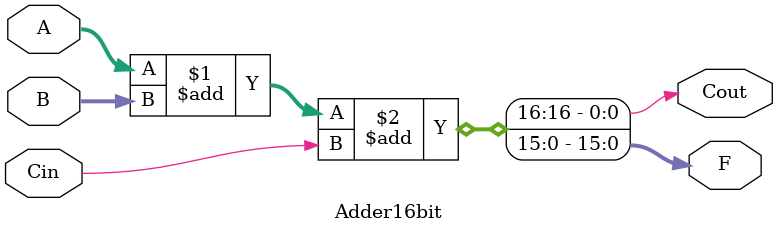
<source format=v>
module Adder16bit(A, B, Cin, Cout, F);
	input [15:0] A, B; //16b inputs
	input Cin; //1b carry-in
	
	output [15:0] F; //16b output
	output Cout; //1b carry-out
	
	assign {Cout, F} = A + B + Cin; //add, overflow goes to carry-out
endmodule

</source>
